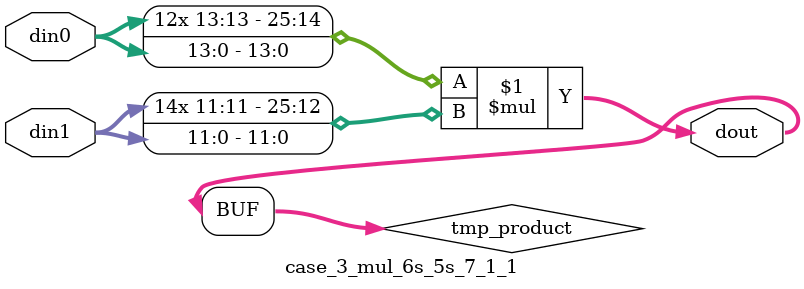
<source format=v>

`timescale 1 ns / 1 ps

 module case_3_mul_6s_5s_7_1_1(din0, din1, dout);
parameter ID = 1;
parameter NUM_STAGE = 0;
parameter din0_WIDTH = 14;
parameter din1_WIDTH = 12;
parameter dout_WIDTH = 26;

input [din0_WIDTH - 1 : 0] din0; 
input [din1_WIDTH - 1 : 0] din1; 
output [dout_WIDTH - 1 : 0] dout;

wire signed [dout_WIDTH - 1 : 0] tmp_product;



























assign tmp_product = $signed(din0) * $signed(din1);








assign dout = tmp_product;





















endmodule

</source>
